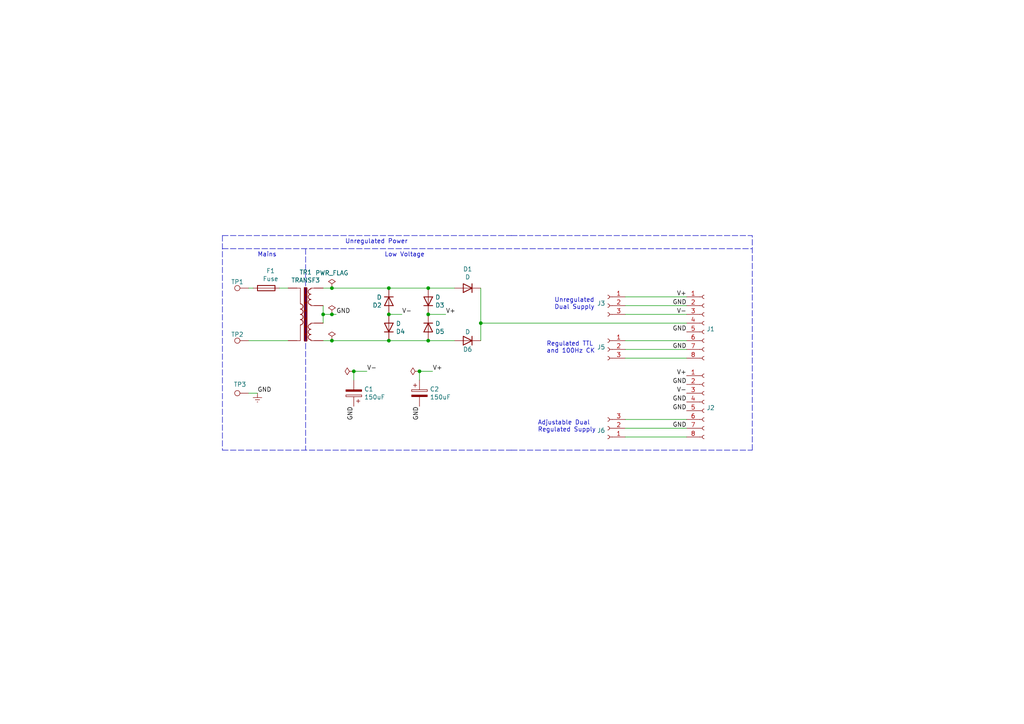
<source format=kicad_sch>
(kicad_sch (version 20211123) (generator eeschema)
  (paper "A4")
  (lib_symbols
    (symbol "Connector:Conn_01x03_Female" (pin_names (offset 1.016) hide)
      (property "Reference" "J" (at 0 5.08 0))
      (property "Value" "Conn_01x03_Female" (at 0 -5.08 0))
      (symbol "Conn_01x03_Female_1_1"
        (arc (start 0 -2.032) (mid -0.508 -2.54) (end 0 -3.048) (stroke (width 0.1524)))
        (polyline (pts (xy -1.27 -2.54) (xy -0.508 -2.54)) (stroke (width 0.1524)))
        (polyline (pts (xy -1.27 0) (xy -0.508 0)) (stroke (width 0.1524)))
        (polyline (pts (xy -1.27 2.54) (xy -0.508 2.54)) (stroke (width 0.1524)))
        (arc (start 0 0.508) (mid -0.508 0) (end 0 -0.508) (stroke (width 0.1524)))
        (arc (start 0 3.048) (mid -0.508 2.54) (end 0 2.032) (stroke (width 0.1524)))
        (pin passive line (at -5.08 2.54 0) (length 3.81) (name "Pin_1") (number "1"))
        (pin passive line (at -5.08 0 0) (length 3.81) (name "Pin_2") (number "2"))
        (pin passive line (at -5.08 -2.54 0) (length 3.81) (name "Pin_3") (number "3"))
      )
    )
    (symbol "Connector:Conn_01x08_Female" (pin_names (offset 1.016) hide)
      (property "Reference" "J" (at 0 10.16 0))
      (property "Value" "Conn_01x08_Female" (at 0 -12.7 0))
      (symbol "Conn_01x08_Female_1_1"
        (arc (start 0 -9.652) (mid -0.508 -10.16) (end 0 -10.668) (stroke (width 0.1524)))
        (arc (start 0 -7.112) (mid -0.508 -7.62) (end 0 -8.128) (stroke (width 0.1524)))
        (arc (start 0 -4.572) (mid -0.508 -5.08) (end 0 -5.588) (stroke (width 0.1524)))
        (arc (start 0 -2.032) (mid -0.508 -2.54) (end 0 -3.048) (stroke (width 0.1524)))
        (polyline (pts (xy -1.27 -10.16) (xy -0.508 -10.16)) (stroke (width 0.1524)))
        (polyline (pts (xy -1.27 -7.62) (xy -0.508 -7.62)) (stroke (width 0.1524)))
        (polyline (pts (xy -1.27 -5.08) (xy -0.508 -5.08)) (stroke (width 0.1524)))
        (polyline (pts (xy -1.27 -2.54) (xy -0.508 -2.54)) (stroke (width 0.1524)))
        (polyline (pts (xy -1.27 0) (xy -0.508 0)) (stroke (width 0.1524)))
        (polyline (pts (xy -1.27 2.54) (xy -0.508 2.54)) (stroke (width 0.1524)))
        (polyline (pts (xy -1.27 5.08) (xy -0.508 5.08)) (stroke (width 0.1524)))
        (polyline (pts (xy -1.27 7.62) (xy -0.508 7.62)) (stroke (width 0.1524)))
        (arc (start 0 0.508) (mid -0.508 0) (end 0 -0.508) (stroke (width 0.1524)))
        (arc (start 0 3.048) (mid -0.508 2.54) (end 0 2.032) (stroke (width 0.1524)))
        (arc (start 0 5.588) (mid -0.508 5.08) (end 0 4.572) (stroke (width 0.1524)))
        (arc (start 0 8.128) (mid -0.508 7.62) (end 0 7.112) (stroke (width 0.1524)))
        (pin passive line (at -5.08 7.62 0) (length 3.81) (name "Pin_1") (number "1"))
        (pin passive line (at -5.08 5.08 0) (length 3.81) (name "Pin_2") (number "2"))
        (pin passive line (at -5.08 2.54 0) (length 3.81) (name "Pin_3") (number "3"))
        (pin passive line (at -5.08 0 0) (length 3.81) (name "Pin_4") (number "4"))
        (pin passive line (at -5.08 -2.54 0) (length 3.81) (name "Pin_5") (number "5"))
        (pin passive line (at -5.08 -5.08 0) (length 3.81) (name "Pin_6") (number "6"))
        (pin passive line (at -5.08 -7.62 0) (length 3.81) (name "Pin_7") (number "7"))
        (pin passive line (at -5.08 -10.16 0) (length 3.81) (name "Pin_8") (number "8"))
      )
    )
    (symbol "Connector:TestPoint" (pin_numbers hide) (pin_names (offset 0.762) hide)
      (property "Reference" "TP" (at 0 6.858 0))
      (property "Value" "TestPoint" (at 0 5.08 0))
      (symbol "TestPoint_0_1"
        (circle (center 0 3.302) (radius 0.762))
      )
      (symbol "TestPoint_1_1"
        (pin passive line (at 0 0 90) (length 2.54) (name "1") (number "1"))
      )
    )
    (symbol "Device:D" (pin_numbers hide) (pin_names (offset 1.016) hide)
      (property "Reference" "D" (at 0 2.54 0))
      (property "Value" "D" (at 0 -2.54 0))
      (symbol "D_0_1"
        (polyline (pts (xy -1.27 1.27) (xy -1.27 -1.27)) (stroke (width 0.254)))
        (polyline (pts (xy 1.27 0) (xy -1.27 0)))
        (polyline (pts (xy 1.27 1.27) (xy 1.27 -1.27) (xy -1.27 0) (xy 1.27 1.27)) (stroke (width 0.254)))
      )
      (symbol "D_1_1"
        (pin passive line (at -3.81 0 0) (length 2.54) (name "K") (number "1"))
        (pin passive line (at 3.81 0 180) (length 2.54) (name "A") (number "2"))
      )
    )
    (symbol "Device:Fuse" (pin_numbers hide) (pin_names (offset 0))
      (property "Reference" "F" (at 2.032 0 90))
      (property "Value" "Fuse" (at -1.905 0 90))
      (symbol "Fuse_0_1"
        (rectangle (start -0.762 -2.54) (end 0.762 2.54) (stroke (width 0.254)))
        (polyline (pts (xy 0 2.54) (xy 0 -2.54)))
      )
      (symbol "Fuse_1_1"
        (pin passive line (at 0 3.81 270) (length 1.27) (name "~") (number "1"))
        (pin passive line (at 0 -3.81 90) (length 1.27) (name "~") (number "2"))
      )
    )
    (symbol "Transformer:TRANSF3" (pin_numbers hide) (pin_names (offset 0))
      (property "Reference" "TR" (at 0 8.89 0))
      (property "Value" "TRANSF3" (at 0 -8.89 0))
      (symbol "TRANSF3_0_1"
        (arc (start -1.524 -3.048) (mid -0.762 -2.286) (end -1.524 -1.524) (stroke (width 0.2032)))
        (arc (start -1.524 -1.524) (mid -0.762 -0.762) (end -1.524 0) (stroke (width 0.2032)))
        (arc (start -1.524 0) (mid -0.762 0.762) (end -1.524 1.524) (stroke (width 0.2032)))
        (arc (start -1.524 1.524) (mid -0.762 2.286) (end -1.524 3.048) (stroke (width 0.2032)))
        (rectangle (start -0.254 7.62) (end 0.254 -7.62) (stroke (width 0.508)) (fill (type outline)))
        (polyline (pts (xy -1.524 3.048) (xy -1.524 7.62) (xy -2.54 7.62)))
        (polyline (pts (xy 1.524 -7.366) (xy 1.524 -7.62) (xy 1.524 -7.62)) (fill (type outline)))
        (polyline (pts (xy 1.524 -2.54) (xy 1.524 -2.794) (xy 1.524 -2.794)) (fill (type outline)))
        (polyline (pts (xy 1.524 -2.54) (xy 2.54 -2.54) (xy 2.54 -2.54)))
        (polyline (pts (xy 1.524 2.54) (xy 1.524 2.794) (xy 1.524 2.794)) (fill (type outline)))
        (polyline (pts (xy 1.524 2.54) (xy 2.54 2.54) (xy 2.54 2.54)))
        (polyline (pts (xy 1.524 7.62) (xy 1.524 7.366) (xy 1.524 7.366)) (fill (type outline)))
        (polyline (pts (xy 1.524 7.62) (xy 2.54 7.62) (xy 2.54 7.62)))
        (polyline (pts (xy 2.54 -7.62) (xy 1.524 -7.62) (xy 1.524 -7.62)))
        (polyline (pts (xy -2.54 -7.62) (xy -1.524 -7.62) (xy -1.524 -3.048) (xy -1.524 -4.318)))
        (arc (start 1.524 -5.842) (mid 0.762 -6.604) (end 1.524 -7.366) (stroke (width 0.2032)))
        (arc (start 1.524 -4.318) (mid 0.762 -5.08) (end 1.524 -5.842) (stroke (width 0.2032)))
        (arc (start 1.524 -2.794) (mid 0.762 -3.556) (end 1.524 -4.318) (stroke (width 0.2032)))
        (arc (start 1.524 4.318) (mid 0.762 3.556) (end 1.524 2.794) (stroke (width 0.2032)))
        (arc (start 1.524 5.842) (mid 0.762 5.08) (end 1.524 4.318) (stroke (width 0.2032)))
        (arc (start 1.524 7.366) (mid 0.762 6.604) (end 1.524 5.842) (stroke (width 0.2032)))
      )
      (symbol "TRANSF3_1_1"
        (pin passive line (at -5.08 7.62 0) (length 2.54) (name "~") (number "1"))
        (pin passive line (at -5.08 -7.62 0) (length 2.54) (name "~") (number "2"))
        (pin passive line (at 5.08 7.62 180) (length 2.54) (name "~") (number "3"))
        (pin passive line (at 5.08 2.54 180) (length 2.54) (name "~") (number "4"))
        (pin passive line (at 5.08 -2.54 180) (length 2.54) (name "~") (number "5"))
        (pin passive line (at 5.08 -7.62 180) (length 2.54) (name "~") (number "6"))
      )
    )
    (symbol "minipowersupply-rescue:CP-Device" (pin_numbers hide) (pin_names (offset 0.254))
      (property "Reference" "C" (at 0.635 2.54 0))
      (property "Value" "CP-Device" (at 0.635 -2.54 0))
      (symbol "CP-Device_0_1"
        (rectangle (start -2.286 0.508) (end 2.286 1.016))
        (polyline (pts (xy -1.778 2.286) (xy -0.762 2.286)))
        (polyline (pts (xy -1.27 2.794) (xy -1.27 1.778)))
        (rectangle (start 2.286 -0.508) (end -2.286 -1.016) (fill (type outline)))
      )
      (symbol "CP-Device_1_1"
        (pin passive line (at 0 3.81 270) (length 2.794) (name "~") (number "1"))
        (pin passive line (at 0 -3.81 90) (length 2.794) (name "~") (number "2"))
      )
    )
    (symbol "power:Earth" (power) (pin_names (offset 0))
      (symbol "Earth_0_1"
        (polyline (pts (xy -0.635 -1.905) (xy 0.635 -1.905)))
        (polyline (pts (xy -0.127 -2.54) (xy 0.127 -2.54)))
        (polyline (pts (xy 0 -1.27) (xy 0 0)))
        (polyline (pts (xy 1.27 -1.27) (xy -1.27 -1.27)))
      )
      (symbol "Earth_1_1"
        (pin power_in line (at 0 0 270) (length 0) hide (name "Earth") (number "1"))
      )
    )
    (symbol "power:PWR_FLAG" (power) (pin_numbers hide) (pin_names (offset 0) hide)
      (property "Value" "PWR_FLAG" (at 0 3.81 0))
      (symbol "PWR_FLAG_0_0"
        (pin power_out line (at 0 0 90) (length 0) (name "pwr") (number "1"))
      )
      (symbol "PWR_FLAG_0_1"
        (polyline (pts (xy 0 0) (xy 0 1.27) (xy -1.016 1.905) (xy 0 2.54) (xy 1.016 1.905) (xy 0 1.27)))
      )
    )
  )
  (junction (at 96.266 98.806))
  (junction (at 124.206 83.566))
  (junction (at 96.266 91.186))
  (junction (at 102.616 107.696))
  (junction (at 112.776 91.186))
  (junction (at 124.206 91.186))
  (junction (at 96.266 83.566))
  (junction (at 112.776 98.806))
  (junction (at 124.206 98.806))
  (junction (at 121.666 107.696))
  (junction (at 93.726 91.186))
  (junction (at 139.446 93.726))
  (junction (at 112.776 83.566))
  (wire (pts (xy 102.616 107.696) (xy 102.616 110.236)))
  (polyline (pts (xy 64.516 68.326) (xy 64.516 130.556)))
  (polyline (pts (xy 64.516 68.326) (xy 148.336 68.326)))
  (wire (pts (xy 72.136 98.806) (xy 83.566 98.806)))
  (polyline (pts (xy 64.516 130.556) (xy 148.336 130.556)))
  (wire (pts (xy 139.446 93.726) (xy 139.446 98.806)))
  (polyline (pts (xy 148.336 130.556) (xy 218.186 130.556)))
  (wire (pts (xy 96.266 83.566) (xy 112.776 83.566)))
  (wire (pts (xy 93.726 98.806) (xy 96.266 98.806)))
  (polyline (pts (xy 148.336 68.326) (xy 218.186 68.326)))
  (polyline (pts (xy 218.186 130.556) (xy 218.186 68.326)))
  (wire (pts (xy 181.356 88.646) (xy 199.136 88.646)))
  (wire (pts (xy 96.266 91.186) (xy 97.536 91.186)))
  (wire (pts (xy 81.026 83.566) (xy 83.566 83.566)))
  (wire (pts (xy 131.826 83.566) (xy 124.206 83.566)))
  (wire (pts (xy 112.776 91.186) (xy 116.586 91.186)))
  (wire (pts (xy 72.136 114.046) (xy 74.676 114.046)))
  (wire (pts (xy 181.356 103.886) (xy 199.136 103.886)))
  (wire (pts (xy 129.286 91.186) (xy 124.206 91.186)))
  (wire (pts (xy 181.356 86.106) (xy 199.136 86.106)))
  (wire (pts (xy 93.726 88.646) (xy 93.726 91.186)))
  (wire (pts (xy 181.356 101.346) (xy 199.136 101.346)))
  (wire (pts (xy 181.356 121.666) (xy 199.136 121.666)))
  (wire (pts (xy 181.356 126.746) (xy 199.136 126.746)))
  (wire (pts (xy 181.356 98.806) (xy 199.136 98.806)))
  (wire (pts (xy 93.726 91.186) (xy 93.726 93.726)))
  (wire (pts (xy 102.616 107.696) (xy 106.426 107.696)))
  (wire (pts (xy 181.356 91.186) (xy 199.136 91.186)))
  (wire (pts (xy 72.136 83.566) (xy 73.406 83.566)))
  (wire (pts (xy 112.776 83.566) (xy 124.206 83.566)))
  (polyline (pts (xy 88.646 72.136) (xy 88.646 130.556)))
  (wire (pts (xy 181.356 124.206) (xy 199.136 124.206)))
  (polyline (pts (xy 64.516 72.136) (xy 218.186 72.136)))
  (wire (pts (xy 131.826 98.806) (xy 124.206 98.806)))
  (wire (pts (xy 139.446 83.566) (xy 139.446 93.726)))
  (wire (pts (xy 121.666 107.696) (xy 125.476 107.696)))
  (wire (pts (xy 112.776 98.806) (xy 124.206 98.806)))
  (wire (pts (xy 121.666 107.696) (xy 121.666 110.236)))
  (wire (pts (xy 93.726 91.186) (xy 96.266 91.186)))
  (wire (pts (xy 93.726 83.566) (xy 96.266 83.566)))
  (wire (pts (xy 139.446 93.726) (xy 199.136 93.726)))
  (wire (pts (xy 96.266 98.806) (xy 112.776 98.806)))
  (text "Unregulated Power" (at 100.076 70.866 0) (effects (font (size 1.27 1.27)) (justify left bottom)))
  (text "Adjustable Dual\nRegulated Supply" (at 155.956 125.476 0) (effects (font (size 1.27 1.27)) (justify left bottom)))
  (text "Unregulated\nDual Supply" (at 160.782 89.916 0) (effects (font (size 1.27 1.27)) (justify left bottom)))
  (text "Mains" (at 74.676 74.676 0) (effects (font (size 1.27 1.27)) (justify left bottom)))
  (text "Regulated TTL\nand 100Hz CK" (at 158.496 102.616 0) (effects (font (size 1.27 1.27)) (justify left bottom)))
  (text "Low Voltage" (at 111.506 74.676 0) (effects (font (size 1.27 1.27)) (justify left bottom)))
  (label "V-" (at 199.136 91.186 180))
  (label "V+" (at 199.136 108.966 180))
  (label "V+" (at 125.476 107.696 0))
  (label "GND" (at 199.136 96.266 180))
  (label "V-" (at 199.136 114.046 180))
  (label "GND" (at 97.536 91.186 0))
  (label "V+" (at 129.286 91.186 0))
  (label "GND" (at 199.136 111.506 180))
  (label "GND" (at 74.676 114.046 0))
  (label "GND" (at 199.136 88.646 180))
  (label "GND" (at 121.666 117.856 270))
  (label "GND" (at 199.136 119.126 180))
  (label "V-" (at 106.426 107.696 0))
  (label "GND" (at 199.136 101.346 180))
  (label "GND" (at 199.136 116.586 180))
  (label "GND" (at 199.136 124.206 180))
  (label "V+" (at 199.136 86.106 180))
  (label "V-" (at 116.586 91.186 0))
  (label "GND" (at 102.616 117.856 270))
  (symbol (lib_id "Connector:TestPoint") (at 72.136 98.806 90) (unit 1)
    (property "Reference" "TP2" (at 68.834 97.0082 90))
    (property "Value" "TestPoint" (effects hide))
    (property "Footprint" "TestPoint:TestPoint_THTPad_4.0x4.0mm_Drill2.0mm" (effects hide))
  )
  (symbol (lib_id "Connector:Conn_01x03_Female") (at 176.276 101.346 0) (mirror y) (unit 1)
    (property "Reference" "J5" (at 175.5648 100.6856 0) (effects (justify left)))
    (property "Value" "Conn_01x03_Female" (effects hide))
    (property "Footprint" "Connector_PinHeader_2.54mm:PinHeader_1x03_P2.54mm_Vertical" (effects hide))
  )
  (symbol (lib_id "Device:D") (at 112.776 94.996 270) (mirror x) (unit 1)
    (property "Reference" "D4" (at 114.808 96.1644 90) (effects (justify left)))
    (property "Value" "D" (at 114.808 93.853 90) (effects (justify left)))
    (property "Footprint" "Diode_THT:D_T-1_P10.16mm_Horizontal" (effects hide))
  )
  (symbol (lib_id "Device:D") (at 124.206 94.996 90) (mirror x) (unit 1)
    (property "Reference" "D5" (at 126.238 96.1644 90) (effects (justify right)))
    (property "Value" "D" (at 126.238 93.853 90) (effects (justify right)))
    (property "Footprint" "Diode_THT:D_T-1_P10.16mm_Horizontal" (effects hide))
  )
  (symbol (lib_id "power:PWR_FLAG") (at 102.616 107.696 90) (unit 1)
    (property "Reference" "#FLG0110" (effects hide))
    (property "Value" "PWR_FLAG" (effects hide))
  )
  (symbol (lib_id "Connector:Conn_01x08_Female") (at 204.216 93.726 0) (unit 1)
    (property "Reference" "J1" (at 204.9272 95.4298 0) (effects (justify left)))
    (property "Value" "Conn_01x08_Female" (effects hide))
    (property "Footprint" "Connector_PinHeader_2.54mm:PinHeader_1x08_P2.54mm_Vertical" (effects hide))
  )
  (symbol (lib_id "Device:D") (at 112.776 87.376 270) (unit 1)
    (property "Reference" "D2" (at 110.744 88.5444 90) (effects (justify right)))
    (property "Value" "D" (at 110.744 86.233 90) (effects (justify right)))
    (property "Footprint" "Diode_THT:D_T-1_P10.16mm_Horizontal" (effects hide))
  )
  (symbol (lib_id "minipowersupply-rescue:CP-Device") (at 121.666 114.046 0) (unit 1)
    (property "Reference" "C2" (at 124.6632 112.8776 0) (effects (justify left)))
    (property "Value" "150uF" (at 124.6632 115.189 0) (effects (justify left)))
    (property "Footprint" "Capacitor_THT:CP_Radial_D8.0mm_P3.50mm" (effects hide))
  )
  (symbol (lib_id "Device:D") (at 124.206 87.376 270) (mirror x) (unit 1)
    (property "Reference" "D3" (at 126.238 88.5444 90) (effects (justify left)))
    (property "Value" "D" (at 126.238 86.233 90) (effects (justify left)))
    (property "Footprint" "Diode_THT:D_T-1_P10.16mm_Horizontal" (effects hide))
  )
  (symbol (lib_id "Device:D") (at 135.636 83.566 180) (unit 1)
    (property "Reference" "D1" (at 135.636 78.0542 0))
    (property "Value" "D" (at 135.636 80.3656 0))
    (property "Footprint" "Diode_THT:D_T-1_P10.16mm_Horizontal" (effects hide))
  )
  (symbol (lib_id "Device:D") (at 135.636 98.806 180) (unit 1)
    (property "Reference" "D6" (at 135.636 101.346 0))
    (property "Value" "D" (at 135.636 96.266 0))
    (property "Footprint" "Diode_THT:D_T-1_P10.16mm_Horizontal" (effects hide))
  )
  (symbol (lib_id "minipowersupply-rescue:CP-Device") (at 102.616 114.046 180) (unit 1)
    (property "Reference" "C1" (at 105.6132 112.8776 0) (effects (justify right)))
    (property "Value" "150uF" (at 105.6132 115.189 0) (effects (justify right)))
    (property "Footprint" "Capacitor_THT:CP_Radial_D8.0mm_P3.50mm" (effects hide))
  )
  (symbol (lib_id "power:Earth") (at 74.676 114.046 0) (unit 1)
    (property "Reference" "#PWR0105" (effects hide))
    (property "Value" "Earth" (effects hide))
  )
  (symbol (lib_id "Connector:TestPoint") (at 72.136 83.566 90) (unit 1)
    (property "Reference" "TP1" (at 68.834 81.7682 90))
    (property "Value" "TestPoint" (effects hide))
    (property "Footprint" "TestPoint:TestPoint_THTPad_4.0x4.0mm_Drill2.0mm" (effects hide))
  )
  (symbol (lib_id "Connector:Conn_01x03_Female") (at 176.276 88.646 0) (mirror y) (unit 1)
    (property "Reference" "J3" (at 175.5648 87.9856 0) (effects (justify left)))
    (property "Value" "Conn_01x03_Female" (effects hide))
    (property "Footprint" "Connector_PinHeader_2.54mm:PinHeader_1x03_P2.54mm_Vertical" (effects hide))
  )
  (symbol (lib_id "Connector:Conn_01x08_Female") (at 204.216 116.586 0) (unit 1)
    (property "Reference" "J2" (at 204.9272 118.2898 0) (effects (justify left)))
    (property "Value" "Conn_01x08_Female" (effects hide))
    (property "Footprint" "Connector_PinHeader_2.54mm:PinHeader_1x08_P2.54mm_Vertical" (effects hide))
  )
  (symbol (lib_id "power:PWR_FLAG") (at 96.266 83.566 0) (unit 1)
    (property "Reference" "#FLG0109" (effects hide))
    (property "Value" "PWR_FLAG" (at 96.266 79.1718 0))
  )
  (symbol (lib_id "Device:Fuse") (at 77.216 83.566 270) (unit 1)
    (property "Reference" "F1" (at 78.486 78.5622 90))
    (property "Value" "Fuse" (at 78.486 80.8736 90))
    (property "Footprint" "Fuse:Fuseholder_Cylinder-5x20mm_Bulgin_FX0457_Horizontal_Closed" (effects hide))
  )
  (symbol (lib_id "power:PWR_FLAG") (at 96.266 98.806 0) (unit 1)
    (property "Reference" "#FLG0108" (effects hide))
    (property "Value" "PWR_FLAG" (effects hide))
  )
  (symbol (lib_id "Connector:TestPoint") (at 72.136 114.046 90) (unit 1)
    (property "Reference" "TP3" (at 69.596 111.506 90))
    (property "Value" "TestPoint" (effects hide))
    (property "Footprint" "TestPoint:TestPoint_THTPad_4.0x4.0mm_Drill2.0mm" (effects hide))
  )
  (symbol (lib_id "power:PWR_FLAG") (at 121.666 107.696 90) (unit 1)
    (property "Reference" "#FLG0107" (effects hide))
    (property "Value" "PWR_FLAG" (effects hide))
  )
  (symbol (lib_id "Transformer:TRANSF3") (at 88.646 91.186 0) (unit 1)
    (property "Reference" "TR1" (at 88.646 78.9686 0))
    (property "Value" "TRANSF3" (at 88.646 81.28 0))
    (property "Footprint" "minipowersupply:vtxtfr" (effects hide))
  )
  (symbol (lib_id "Connector:Conn_01x03_Female") (at 176.276 124.206 180) (unit 1)
    (property "Reference" "J6" (at 175.5648 124.8664 0) (effects (justify left)))
    (property "Value" "Conn_01x03_Female" (effects hide))
    (property "Footprint" "Connector_PinHeader_2.54mm:PinHeader_1x03_P2.54mm_Vertical" (effects hide))
  )
  (symbol (lib_id "power:PWR_FLAG") (at 96.266 91.186 0) (unit 1)
    (property "Reference" "#FLG0101" (effects hide))
    (property "Value" "PWR_FLAG" (effects hide))
  )
)
</source>
